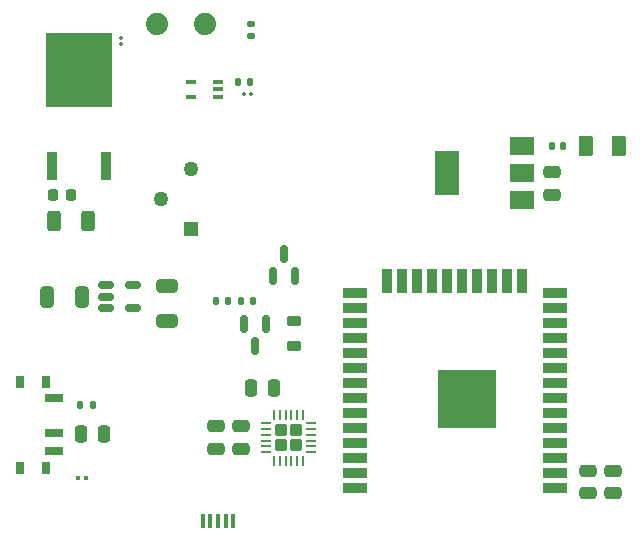
<source format=gbr>
%TF.GenerationSoftware,KiCad,Pcbnew,(6.0.1)*%
%TF.CreationDate,2022-03-22T21:47:25-04:00*%
%TF.ProjectId,Looking Glass,4c6f6f6b-696e-4672-9047-6c6173732e6b,rev?*%
%TF.SameCoordinates,Original*%
%TF.FileFunction,Paste,Top*%
%TF.FilePolarity,Positive*%
%FSLAX46Y46*%
G04 Gerber Fmt 4.6, Leading zero omitted, Abs format (unit mm)*
G04 Created by KiCad (PCBNEW (6.0.1)) date 2022-03-22 21:47:25*
%MOMM*%
%LPD*%
G01*
G04 APERTURE LIST*
G04 Aperture macros list*
%AMRoundRect*
0 Rectangle with rounded corners*
0 $1 Rounding radius*
0 $2 $3 $4 $5 $6 $7 $8 $9 X,Y pos of 4 corners*
0 Add a 4 corners polygon primitive as box body*
4,1,4,$2,$3,$4,$5,$6,$7,$8,$9,$2,$3,0*
0 Add four circle primitives for the rounded corners*
1,1,$1+$1,$2,$3*
1,1,$1+$1,$4,$5*
1,1,$1+$1,$6,$7*
1,1,$1+$1,$8,$9*
0 Add four rect primitives between the rounded corners*
20,1,$1+$1,$2,$3,$4,$5,0*
20,1,$1+$1,$4,$5,$6,$7,0*
20,1,$1+$1,$6,$7,$8,$9,0*
20,1,$1+$1,$8,$9,$2,$3,0*%
G04 Aperture macros list end*
%ADD10RoundRect,0.250000X0.375000X0.625000X-0.375000X0.625000X-0.375000X-0.625000X0.375000X-0.625000X0*%
%ADD11R,0.939800X2.489200*%
%ADD12R,5.562600X6.299200*%
%ADD13RoundRect,0.250000X-0.275000X0.275000X-0.275000X-0.275000X0.275000X-0.275000X0.275000X0.275000X0*%
%ADD14RoundRect,0.062500X-0.062500X0.350000X-0.062500X-0.350000X0.062500X-0.350000X0.062500X0.350000X0*%
%ADD15RoundRect,0.062500X-0.350000X0.062500X-0.350000X-0.062500X0.350000X-0.062500X0.350000X0.062500X0*%
%ADD16RoundRect,0.135000X-0.135000X-0.185000X0.135000X-0.185000X0.135000X0.185000X-0.135000X0.185000X0*%
%ADD17RoundRect,0.218750X-0.381250X0.218750X-0.381250X-0.218750X0.381250X-0.218750X0.381250X0.218750X0*%
%ADD18R,0.850900X0.304800*%
%ADD19R,0.450000X1.300000*%
%ADD20RoundRect,0.250000X-0.475000X0.250000X-0.475000X-0.250000X0.475000X-0.250000X0.475000X0.250000X0*%
%ADD21RoundRect,0.135000X0.135000X0.185000X-0.135000X0.185000X-0.135000X-0.185000X0.135000X-0.185000X0*%
%ADD22RoundRect,0.067500X0.067500X-0.067500X0.067500X0.067500X-0.067500X0.067500X-0.067500X-0.067500X0*%
%ADD23R,0.800000X1.000000*%
%ADD24R,1.500000X0.700000*%
%ADD25RoundRect,0.135000X-0.185000X0.135000X-0.185000X-0.135000X0.185000X-0.135000X0.185000X0.135000X0*%
%ADD26RoundRect,0.150000X0.150000X-0.587500X0.150000X0.587500X-0.150000X0.587500X-0.150000X-0.587500X0*%
%ADD27R,1.270000X1.270000*%
%ADD28C,1.270000*%
%ADD29RoundRect,0.250000X-0.250000X-0.475000X0.250000X-0.475000X0.250000X0.475000X-0.250000X0.475000X0*%
%ADD30RoundRect,0.225000X-0.225000X-0.250000X0.225000X-0.250000X0.225000X0.250000X-0.225000X0.250000X0*%
%ADD31RoundRect,0.067500X0.067500X0.067500X-0.067500X0.067500X-0.067500X-0.067500X0.067500X-0.067500X0*%
%ADD32RoundRect,0.150000X-0.512500X-0.150000X0.512500X-0.150000X0.512500X0.150000X-0.512500X0.150000X0*%
%ADD33R,2.000000X0.900000*%
%ADD34R,0.900000X2.000000*%
%ADD35R,5.000000X5.000000*%
%ADD36RoundRect,0.250000X0.250000X0.475000X-0.250000X0.475000X-0.250000X-0.475000X0.250000X-0.475000X0*%
%ADD37R,2.000000X1.500000*%
%ADD38R,2.000000X3.800000*%
%ADD39RoundRect,0.079500X0.079500X0.100500X-0.079500X0.100500X-0.079500X-0.100500X0.079500X-0.100500X0*%
%ADD40RoundRect,0.250000X-0.650000X0.325000X-0.650000X-0.325000X0.650000X-0.325000X0.650000X0.325000X0*%
%ADD41RoundRect,0.250000X-0.312500X-0.625000X0.312500X-0.625000X0.312500X0.625000X-0.312500X0.625000X0*%
%ADD42RoundRect,0.140000X0.140000X0.170000X-0.140000X0.170000X-0.140000X-0.170000X0.140000X-0.170000X0*%
%ADD43RoundRect,0.250000X0.325000X0.650000X-0.325000X0.650000X-0.325000X-0.650000X0.325000X-0.650000X0*%
%ADD44C,1.879600*%
%ADD45RoundRect,0.150000X-0.150000X0.587500X-0.150000X-0.587500X0.150000X-0.587500X0.150000X0.587500X0*%
G04 APERTURE END LIST*
D10*
%TO.C,F1*%
X83950000Y-125345000D03*
X81150000Y-125345000D03*
%TD*%
D11*
%TO.C,U2*%
X36014000Y-126988100D03*
X40586000Y-126988100D03*
D12*
X38300000Y-118834700D03*
%TD*%
D13*
%TO.C,U6*%
X55350000Y-149350000D03*
X55350000Y-150650000D03*
X56650000Y-150650000D03*
X56650000Y-149350000D03*
D14*
X57250000Y-148062500D03*
X56750000Y-148062500D03*
X56250000Y-148062500D03*
X55750000Y-148062500D03*
X55250000Y-148062500D03*
X54750000Y-148062500D03*
D15*
X54062500Y-148750000D03*
X54062500Y-149250000D03*
X54062500Y-149750000D03*
X54062500Y-150250000D03*
X54062500Y-150750000D03*
X54062500Y-151250000D03*
D14*
X54750000Y-151937500D03*
X55250000Y-151937500D03*
X55750000Y-151937500D03*
X56250000Y-151937500D03*
X56750000Y-151937500D03*
X57250000Y-151937500D03*
D15*
X57937500Y-151250000D03*
X57937500Y-150750000D03*
X57937500Y-150250000D03*
X57937500Y-149750000D03*
X57937500Y-149250000D03*
X57937500Y-148750000D03*
%TD*%
D16*
%TO.C,R3*%
X51990000Y-138460000D03*
X53010000Y-138460000D03*
%TD*%
D17*
%TO.C,FB1*%
X56450000Y-140137500D03*
X56450000Y-142262500D03*
%TD*%
D18*
%TO.C,U7*%
X50022680Y-121147700D03*
X50022680Y-120500000D03*
X50022680Y-119852300D03*
X47777320Y-119852300D03*
X47777320Y-121147700D03*
%TD*%
D19*
%TO.C,J5*%
X48745000Y-157095000D03*
X49395000Y-157095000D03*
X50045000Y-157095000D03*
X50695000Y-157095000D03*
X51345000Y-157095000D03*
%TD*%
D20*
%TO.C,C8*%
X49850000Y-149050000D03*
X49850000Y-150950000D03*
%TD*%
D21*
%TO.C,R6*%
X52760000Y-119850000D03*
X51740000Y-119850000D03*
%TD*%
D22*
%TO.C,C6*%
X41850000Y-116150000D03*
X41850000Y-116700000D03*
%TD*%
D21*
%TO.C,R2*%
X50910000Y-138460000D03*
X49890000Y-138460000D03*
%TD*%
D20*
%TO.C,C9*%
X52000000Y-149050000D03*
X52000000Y-150950000D03*
%TD*%
D23*
%TO.C,SW1*%
X33270000Y-145250000D03*
X35480000Y-152550000D03*
X33270000Y-152550000D03*
X35480000Y-145250000D03*
D24*
X36130000Y-146650000D03*
X36130000Y-149650000D03*
X36130000Y-151150000D03*
%TD*%
D25*
%TO.C,R4*%
X52800000Y-115000000D03*
X52800000Y-116020000D03*
%TD*%
D26*
%TO.C,Q1*%
X54650000Y-136337500D03*
X56550000Y-136337500D03*
X55600000Y-134462500D03*
%TD*%
D27*
%TO.C,U5*%
X47712700Y-132340000D03*
D28*
X45172700Y-129800000D03*
X47712700Y-127260000D03*
%TD*%
D29*
%TO.C,C13*%
X38450000Y-149700000D03*
X40350000Y-149700000D03*
%TD*%
D30*
%TO.C,C3*%
X36025000Y-129458900D03*
X37575000Y-129458900D03*
%TD*%
D21*
%TO.C,R7*%
X39410000Y-147200000D03*
X38390000Y-147200000D03*
%TD*%
D20*
%TO.C,C7*%
X83500000Y-152805000D03*
X83500000Y-154705000D03*
%TD*%
D31*
%TO.C,C12*%
X52825000Y-120900000D03*
X52275000Y-120900000D03*
%TD*%
D32*
%TO.C,U3*%
X40582500Y-137110000D03*
X40582500Y-138060000D03*
X40582500Y-139010000D03*
X42857500Y-139010000D03*
X42857500Y-137110000D03*
%TD*%
D33*
%TO.C,U4*%
X78600000Y-154255000D03*
X78600000Y-152985000D03*
X78600000Y-151715000D03*
X78600000Y-150445000D03*
X78600000Y-149175000D03*
X78600000Y-147905000D03*
X78600000Y-146635000D03*
X78600000Y-145365000D03*
X78600000Y-144095000D03*
X78600000Y-142825000D03*
X78600000Y-141555000D03*
X78600000Y-140285000D03*
X78600000Y-139015000D03*
X78600000Y-137745000D03*
D34*
X75815000Y-136745000D03*
X74545000Y-136745000D03*
X73275000Y-136745000D03*
X72005000Y-136745000D03*
X70735000Y-136745000D03*
X69465000Y-136745000D03*
X68195000Y-136745000D03*
X66925000Y-136745000D03*
X65655000Y-136745000D03*
X64385000Y-136745000D03*
D33*
X61600000Y-137745000D03*
X61600000Y-139015000D03*
X61600000Y-140285000D03*
X61600000Y-141555000D03*
X61600000Y-142825000D03*
X61600000Y-144095000D03*
X61600000Y-145365000D03*
X61600000Y-146635000D03*
X61600000Y-147905000D03*
X61600000Y-149175000D03*
X61600000Y-150445000D03*
X61600000Y-151715000D03*
X61600000Y-152985000D03*
X61600000Y-154255000D03*
D35*
X71100000Y-146755000D03*
%TD*%
D36*
%TO.C,C11*%
X54750000Y-145800000D03*
X52850000Y-145800000D03*
%TD*%
D37*
%TO.C,U1*%
X75750000Y-129900000D03*
X75750000Y-127600000D03*
X75750000Y-125300000D03*
D38*
X69450000Y-127600000D03*
%TD*%
D39*
%TO.C,R1*%
X38155000Y-153450000D03*
X38845000Y-153450000D03*
%TD*%
D20*
%TO.C,C10*%
X81400000Y-152805000D03*
X81400000Y-154705000D03*
%TD*%
D40*
%TO.C,C4*%
X45720000Y-137160000D03*
X45720000Y-140110000D03*
%TD*%
D41*
%TO.C,R5*%
X36137500Y-131700000D03*
X39062500Y-131700000D03*
%TD*%
D42*
%TO.C,C2*%
X79250000Y-125300000D03*
X78290000Y-125300000D03*
%TD*%
D43*
%TO.C,C1*%
X38500000Y-138100000D03*
X35550000Y-138100000D03*
%TD*%
D44*
%TO.C,PHOTO1*%
X48898980Y-115000000D03*
X44901020Y-115000000D03*
%TD*%
D20*
%TO.C,C5*%
X78350000Y-127550000D03*
X78350000Y-129450000D03*
%TD*%
D45*
%TO.C,Q2*%
X54100000Y-140367500D03*
X52200000Y-140367500D03*
X53150000Y-142242500D03*
%TD*%
M02*

</source>
